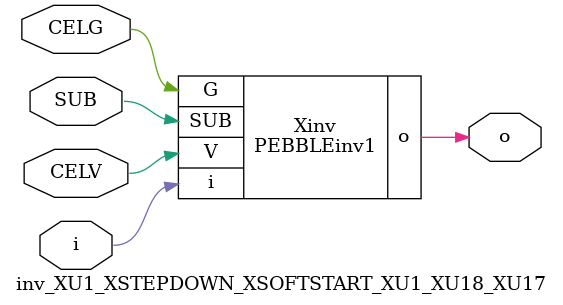
<source format=v>



module PEBBLEinv1 ( o, G, SUB, V, i );

  input V;
  input i;
  input G;
  output o;
  input SUB;
endmodule

//Celera Confidential Do Not Copy inv_XU1_XSTEPDOWN_XSOFTSTART_XU1_XU18_XU17
//Celera Confidential Symbol Generator
//5V Inverter
module inv_XU1_XSTEPDOWN_XSOFTSTART_XU1_XU18_XU17 (CELV,CELG,i,o,SUB);
input CELV;
input CELG;
input i;
input SUB;
output o;

//Celera Confidential Do Not Copy inv
PEBBLEinv1 Xinv(
.V (CELV),
.i (i),
.o (o),
.SUB (SUB),
.G (CELG)
);
//,diesize,PEBBLEinv1

//Celera Confidential Do Not Copy Module End
//Celera Schematic Generator
endmodule

</source>
